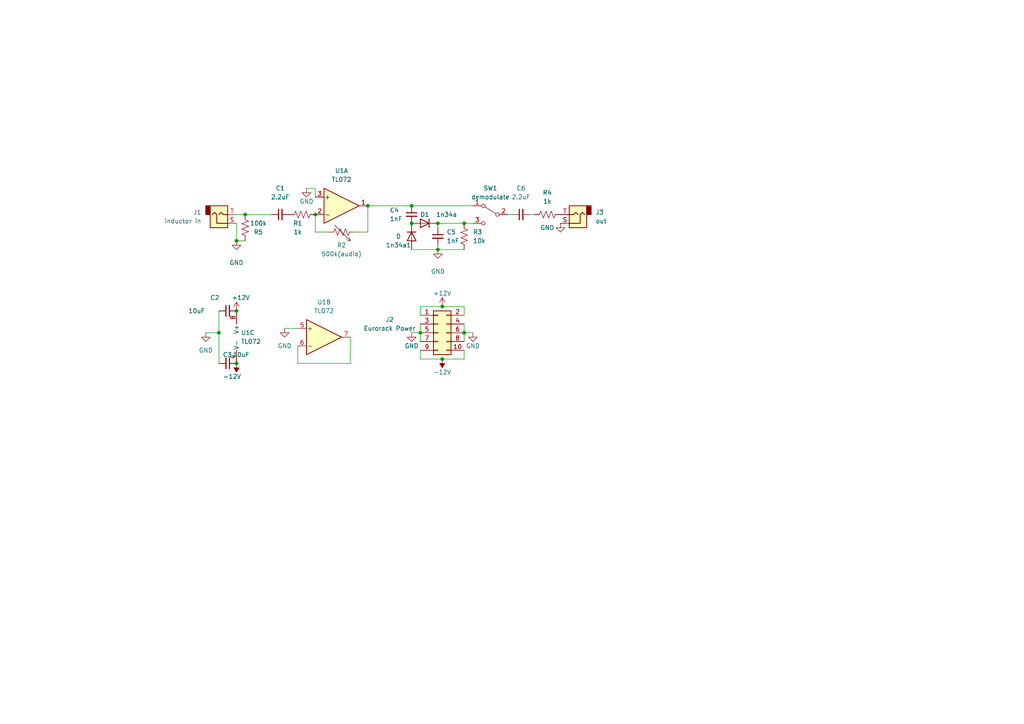
<source format=kicad_sch>
(kicad_sch (version 20211123) (generator eeschema)
  (paper "A4")
  (lib_symbols
    (symbol "Amplifier_Operational:TL072" (pin_names (offset 0.127))
      (property "Reference" "U" (at 0 5.08 0))
      (property "Value" "TL072" (at 0 -5.08 0))
      (symbol "TL072_1_1"
        (polyline (pts (xy -5.08 5.08) (xy 5.08 0) (xy -5.08 -5.08) (xy -5.08 5.08)) (stroke (width 0.254)) (fill (type background)))
        (pin output line (at 7.62 0 180) (length 2.54) (name "~") (number "1"))
        (pin input line (at -7.62 -2.54 0) (length 2.54) (name "-") (number "2"))
        (pin input line (at -7.62 2.54 0) (length 2.54) (name "+") (number "3"))
      )
      (symbol "TL072_2_1"
        (polyline (pts (xy -5.08 5.08) (xy 5.08 0) (xy -5.08 -5.08) (xy -5.08 5.08)) (stroke (width 0.254)) (fill (type background)))
        (pin input line (at -7.62 2.54 0) (length 2.54) (name "+") (number "5"))
        (pin input line (at -7.62 -2.54 0) (length 2.54) (name "-") (number "6"))
        (pin output line (at 7.62 0 180) (length 2.54) (name "~") (number "7"))
      )
      (symbol "TL072_3_1"
        (pin power_in line (at -2.54 -7.62 90) (length 3.81) (name "V-") (number "4"))
        (pin power_in line (at -2.54 7.62 270) (length 3.81) (name "V+") (number "8"))
      )
    )
    (symbol "Connector:AudioJack2"
      (property "Reference" "J" (at 0 8.89 0))
      (property "Value" "AudioJack2" (at 0 6.35 0))
      (symbol "AudioJack2_0_1"
        (rectangle (start -3.81 0) (end -2.54 -2.54) (stroke (width 0.254)) (fill (type outline)))
        (rectangle (start -2.54 3.81) (end 2.54 -2.54) (stroke (width 0.254)) (fill (type background)))
        (polyline (pts (xy 0 0) (xy 0.635 -0.635) (xy 1.27 0) (xy 2.54 0)) (stroke (width 0.254)))
        (polyline (pts (xy 2.54 2.54) (xy -0.635 2.54) (xy -0.635 0) (xy -1.27 -0.635) (xy -1.905 0)) (stroke (width 0.254)))
      )
      (symbol "AudioJack2_1_1"
        (pin passive line (at 5.08 2.54 180) (length 2.54) (name "~") (number "S"))
        (pin passive line (at 5.08 0 180) (length 2.54) (name "~") (number "T"))
      )
    )
    (symbol "Connector_Generic:Conn_02x05_Odd_Even" (pin_names (offset 1.016) hide)
      (property "Reference" "J" (at 1.27 7.62 0))
      (property "Value" "Conn_02x05_Odd_Even" (at 1.27 -7.62 0))
      (symbol "Conn_02x05_Odd_Even_1_1"
        (rectangle (start -1.27 -4.953) (end 0 -5.207) (stroke (width 0.1524)))
        (rectangle (start -1.27 -2.413) (end 0 -2.667) (stroke (width 0.1524)))
        (rectangle (start -1.27 0.127) (end 0 -0.127) (stroke (width 0.1524)))
        (rectangle (start -1.27 2.667) (end 0 2.413) (stroke (width 0.1524)))
        (rectangle (start -1.27 5.207) (end 0 4.953) (stroke (width 0.1524)))
        (rectangle (start -1.27 6.35) (end 3.81 -6.35) (stroke (width 0.254)) (fill (type background)))
        (rectangle (start 3.81 -4.953) (end 2.54 -5.207) (stroke (width 0.1524)))
        (rectangle (start 3.81 -2.413) (end 2.54 -2.667) (stroke (width 0.1524)))
        (rectangle (start 3.81 0.127) (end 2.54 -0.127) (stroke (width 0.1524)))
        (rectangle (start 3.81 2.667) (end 2.54 2.413) (stroke (width 0.1524)))
        (rectangle (start 3.81 5.207) (end 2.54 4.953) (stroke (width 0.1524)))
        (pin passive line (at -5.08 5.08 0) (length 3.81) (name "Pin_1") (number "1"))
        (pin passive line (at 7.62 -5.08 180) (length 3.81) (name "Pin_10") (number "10"))
        (pin passive line (at 7.62 5.08 180) (length 3.81) (name "Pin_2") (number "2"))
        (pin passive line (at -5.08 2.54 0) (length 3.81) (name "Pin_3") (number "3"))
        (pin passive line (at 7.62 2.54 180) (length 3.81) (name "Pin_4") (number "4"))
        (pin passive line (at -5.08 0 0) (length 3.81) (name "Pin_5") (number "5"))
        (pin passive line (at 7.62 0 180) (length 3.81) (name "Pin_6") (number "6"))
        (pin passive line (at -5.08 -2.54 0) (length 3.81) (name "Pin_7") (number "7"))
        (pin passive line (at 7.62 -2.54 180) (length 3.81) (name "Pin_8") (number "8"))
        (pin passive line (at -5.08 -5.08 0) (length 3.81) (name "Pin_9") (number "9"))
      )
    )
    (symbol "Device:C_Small" (pin_numbers hide) (pin_names (offset 0.254) hide)
      (property "Reference" "C" (at 0.254 1.778 0))
      (property "Value" "C_Small" (at 0.254 -2.032 0))
      (symbol "C_Small_0_1"
        (polyline (pts (xy -1.524 -0.508) (xy 1.524 -0.508)) (stroke (width 0.3302)))
        (polyline (pts (xy -1.524 0.508) (xy 1.524 0.508)) (stroke (width 0.3048)))
      )
      (symbol "C_Small_1_1"
        (pin passive line (at 0 2.54 270) (length 2.032) (name "~") (number "1"))
        (pin passive line (at 0 -2.54 90) (length 2.032) (name "~") (number "2"))
      )
    )
    (symbol "Device:D" (pin_numbers hide) (pin_names (offset 1.016) hide)
      (property "Reference" "D" (at 0 2.54 0))
      (property "Value" "D" (at 0 -2.54 0))
      (symbol "D_0_1"
        (polyline (pts (xy -1.27 1.27) (xy -1.27 -1.27)) (stroke (width 0.254)))
        (polyline (pts (xy 1.27 0) (xy -1.27 0)))
        (polyline (pts (xy 1.27 1.27) (xy 1.27 -1.27) (xy -1.27 0) (xy 1.27 1.27)) (stroke (width 0.254)))
      )
      (symbol "D_1_1"
        (pin passive line (at -3.81 0 0) (length 2.54) (name "K") (number "1"))
        (pin passive line (at 3.81 0 180) (length 2.54) (name "A") (number "2"))
      )
    )
    (symbol "Device:R_US" (pin_numbers hide) (pin_names (offset 0))
      (property "Reference" "R" (at 2.54 0 90))
      (property "Value" "R_US" (at -2.54 0 90))
      (symbol "R_US_0_1"
        (polyline (pts (xy 0 -2.286) (xy 0 -2.54)))
        (polyline (pts (xy 0 2.286) (xy 0 2.54)))
        (polyline (pts (xy 0 -0.762) (xy 1.016 -1.143) (xy 0 -1.524) (xy -1.016 -1.905) (xy 0 -2.286)))
        (polyline (pts (xy 0 0.762) (xy 1.016 0.381) (xy 0 0) (xy -1.016 -0.381) (xy 0 -0.762)))
        (polyline (pts (xy 0 2.286) (xy 1.016 1.905) (xy 0 1.524) (xy -1.016 1.143) (xy 0 0.762)))
      )
      (symbol "R_US_1_1"
        (pin passive line (at 0 3.81 270) (length 1.27) (name "~") (number "1"))
        (pin passive line (at 0 -3.81 90) (length 1.27) (name "~") (number "2"))
      )
    )
    (symbol "Device:R_Variable_US" (pin_numbers hide) (pin_names (offset 0))
      (property "Reference" "R" (at 2.54 -2.54 90))
      (property "Value" "R_Variable_US" (at -2.54 -1.27 90))
      (symbol "R_Variable_US_0_1"
        (polyline (pts (xy 0 -2.286) (xy 0 -2.54)))
        (polyline (pts (xy 0 2.286) (xy 0 2.54)))
        (polyline (pts (xy 0 -0.762) (xy 1.016 -1.143) (xy 0 -1.524) (xy -1.016 -1.905) (xy 0 -2.286)))
        (polyline (pts (xy 0 0.762) (xy 1.016 0.381) (xy 0 0) (xy -1.016 -0.381) (xy 0 -0.762)))
        (polyline (pts (xy 0 2.286) (xy 1.016 1.905) (xy 0 1.524) (xy -1.016 1.143) (xy 0 0.762)) (stroke (width 0.1524)))
        (polyline (pts (xy 2.286 1.524) (xy 2.54 2.54) (xy 1.524 2.286) (xy 2.54 2.54) (xy -2.032 -2.032)) (stroke (width 0.1524)))
      )
      (symbol "R_Variable_US_1_1"
        (pin passive line (at 0 3.81 270) (length 1.27) (name "~") (number "1"))
        (pin passive line (at 0 -3.81 90) (length 1.27) (name "~") (number "2"))
      )
    )
    (symbol "Switch:SW_SPDT" (pin_names (offset 0) hide)
      (property "Reference" "SW" (at 0 4.318 0))
      (property "Value" "SW_SPDT" (at 0 -5.08 0))
      (symbol "SW_SPDT_0_0"
        (circle (center -2.032 0) (radius 0.508))
        (circle (center 2.032 -2.54) (radius 0.508))
      )
      (symbol "SW_SPDT_0_1"
        (polyline (pts (xy -1.524 0.254) (xy 1.651 2.286)))
        (circle (center 2.032 2.54) (radius 0.508))
      )
      (symbol "SW_SPDT_1_1"
        (pin passive line (at 5.08 2.54 180) (length 2.54) (name "A") (number "1"))
        (pin passive line (at -5.08 0 0) (length 2.54) (name "B") (number "2"))
        (pin passive line (at 5.08 -2.54 180) (length 2.54) (name "C") (number "3"))
      )
    )
    (symbol "power:+12V" (power) (pin_names (offset 0))
      (property "Value" "+12V" (at 0 3.556 0))
      (symbol "+12V_0_1"
        (polyline (pts (xy -0.762 1.27) (xy 0 2.54)))
        (polyline (pts (xy 0 0) (xy 0 2.54)))
        (polyline (pts (xy 0 2.54) (xy 0.762 1.27)))
      )
      (symbol "+12V_1_1"
        (pin power_in line (at 0 0 90) (length 0) hide (name "+12V") (number "1"))
      )
    )
    (symbol "power:-12V" (power) (pin_names (offset 0))
      (property "Value" "-12V" (at 0 3.81 0))
      (symbol "-12V_0_0"
        (pin power_in line (at 0 0 90) (length 0) hide (name "-12V") (number "1"))
      )
      (symbol "-12V_0_1"
        (polyline (pts (xy 0 0) (xy 0 1.27) (xy 0.762 1.27) (xy 0 2.54) (xy -0.762 1.27) (xy 0 1.27)) (fill (type outline)))
      )
    )
    (symbol "power:GND" (power) (pin_names (offset 0))
      (property "Value" "GND" (at 0 -3.81 0))
      (symbol "GND_0_1"
        (polyline (pts (xy 0 0) (xy 0 -1.27) (xy 1.27 -1.27) (xy 0 -2.54) (xy -1.27 -1.27) (xy 0 -1.27)))
      )
      (symbol "GND_1_1"
        (pin power_in line (at 0 0 270) (length 0) hide (name "GND") (number "1"))
      )
    )
  )
  (junction (at 68.58 69.85))
  (junction (at 128.27 104.14))
  (junction (at 128.27 88.9))
  (junction (at 134.62 96.52))
  (junction (at 121.92 96.52))
  (junction (at 63.5 96.52))
  (junction (at 106.68 59.69))
  (junction (at 68.58 105.41))
  (junction (at 119.38 64.77))
  (junction (at 91.44 62.23))
  (junction (at 127 72.39))
  (junction (at 127 64.77))
  (junction (at 134.62 64.77))
  (junction (at 71.12 62.23))
  (junction (at 68.58 90.17))
  (junction (at 119.38 59.69))
  (wire (pts (xy 88.9 54.61) (xy 91.44 54.61)))
  (wire (pts (xy 148.59 62.23) (xy 147.32 62.23)))
  (wire (pts (xy 121.92 88.9) (xy 128.27 88.9)))
  (wire (pts (xy 154.94 62.23) (xy 153.67 62.23)))
  (wire (pts (xy 128.27 88.9) (xy 134.62 88.9)))
  (wire (pts (xy 121.92 104.14) (xy 128.27 104.14)))
  (wire (pts (xy 91.44 67.31) (xy 95.25 67.31)))
  (wire (pts (xy 68.58 69.85) (xy 68.58 64.77)))
  (wire (pts (xy 68.58 62.23) (xy 71.12 62.23)))
  (wire (pts (xy 91.44 62.23) (xy 91.44 67.31)))
  (wire (pts (xy 119.38 96.52) (xy 121.92 96.52)))
  (wire (pts (xy 121.92 101.6) (xy 121.92 104.14)))
  (wire (pts (xy 127 66.04) (xy 127 64.77)))
  (wire (pts (xy 82.55 95.25) (xy 86.36 95.25)))
  (wire (pts (xy 63.5 90.17) (xy 63.5 96.52)))
  (wire (pts (xy 86.36 100.33) (xy 86.36 105.41)))
  (wire (pts (xy 128.27 104.14) (xy 134.62 104.14)))
  (wire (pts (xy 86.36 105.41) (xy 101.6 105.41)))
  (wire (pts (xy 63.5 96.52) (xy 59.69 96.52)))
  (wire (pts (xy 121.92 93.98) (xy 121.92 96.52)))
  (wire (pts (xy 102.87 67.31) (xy 106.68 67.31)))
  (wire (pts (xy 106.68 67.31) (xy 106.68 59.69)))
  (wire (pts (xy 106.68 59.69) (xy 119.38 59.69)))
  (wire (pts (xy 121.92 91.44) (xy 121.92 88.9)))
  (wire (pts (xy 137.16 96.52) (xy 134.62 96.52)))
  (wire (pts (xy 63.5 96.52) (xy 63.5 105.41)))
  (wire (pts (xy 134.62 96.52) (xy 134.62 99.06)))
  (wire (pts (xy 68.58 69.85) (xy 71.12 69.85)))
  (wire (pts (xy 91.44 54.61) (xy 91.44 57.15)))
  (wire (pts (xy 127 72.39) (xy 134.62 72.39)))
  (wire (pts (xy 121.92 96.52) (xy 121.92 99.06)))
  (wire (pts (xy 127 64.77) (xy 134.62 64.77)))
  (wire (pts (xy 119.38 59.69) (xy 137.16 59.69)))
  (wire (pts (xy 127 72.39) (xy 119.38 72.39)))
  (wire (pts (xy 134.62 88.9) (xy 134.62 91.44)))
  (wire (pts (xy 101.6 105.41) (xy 101.6 97.79)))
  (wire (pts (xy 127 71.12) (xy 127 72.39)))
  (wire (pts (xy 134.62 93.98) (xy 134.62 96.52)))
  (wire (pts (xy 137.16 64.77) (xy 134.62 64.77)))
  (wire (pts (xy 134.62 104.14) (xy 134.62 101.6)))
  (wire (pts (xy 71.12 62.23) (xy 78.74 62.23)))
  (symbol (lib_id "Device:D") (at 119.38 68.58 270) (unit 1)
    (property "Reference" "1n34a1" (at 115.57 71.12 90))
    (property "Value" "D" (at 115.57 68.58 90))
    (property "Footprint" "Diode_THT:D_A-405_P7.62mm_Horizontal" (effects hide))
  )
  (symbol (lib_id "power:GND") (at 59.69 96.52 0) (unit 1)
    (property "Reference" "#PWR0112" (effects hide))
    (property "Value" "GND" (at 59.69 101.6 0))
  )
  (symbol (lib_id "Device:R_US") (at 87.63 62.23 90) (unit 1)
    (property "Reference" "R1" (at 86.36 64.77 90))
    (property "Value" "1k" (at 86.36 67.31 90))
    (property "Footprint" "Resistor_THT:R_Axial_DIN0204_L3.6mm_D1.6mm_P1.90mm_Vertical" (effects hide))
  )
  (symbol (lib_id "power:GND") (at 82.55 95.25 0) (unit 1)
    (property "Reference" "#PWR0105" (effects hide))
    (property "Value" "GND" (at 82.55 100.33 0))
  )
  (symbol (lib_id "Device:C_Small") (at 81.28 62.23 90) (unit 1)
    (property "Reference" "C1" (at 81.28 54.61 90))
    (property "Value" "2.2uF" (at 81.28 57.15 90))
    (property "Footprint" "Capacitor_THT:C_Disc_D5.0mm_W2.5mm_P5.00mm" (effects hide))
  )
  (symbol (lib_id "power:GND") (at 137.16 96.52 0) (unit 1)
    (property "Reference" "#PWR0111" (effects hide))
    (property "Value" "GND" (at 137.16 100.33 0))
  )
  (symbol (lib_id "Device:R_US") (at 71.12 66.04 0) (unit 1)
    (property "Reference" "R5" (at 74.93 67.31 0))
    (property "Value" "100k" (at 74.93 64.77 0))
    (property "Footprint" "Resistor_THT:R_Axial_DIN0204_L3.6mm_D1.6mm_P1.90mm_Vertical" (effects hide))
  )
  (symbol (lib_id "power:-12V") (at 68.58 105.41 180) (unit 1)
    (property "Reference" "#PWR0103" (effects hide))
    (property "Value" "-12V" (at 67.31 109.22 0))
  )
  (symbol (lib_id "Amplifier_Operational:TL072") (at 93.98 97.79 0) (unit 2)
    (property "Reference" "U1" (at 93.98 87.63 0))
    (property "Value" "TL072" (at 93.98 90.17 0))
    (property "Footprint" "Package_DIP:DIP-8_W7.62mm" (effects hide))
    (property "Datasheet" "http://www.ti.com/lit/ds/symlink/tl071.pdf" (effects hide))
  )
  (symbol (lib_id "Switch:SW_SPDT") (at 142.24 62.23 0) (mirror y) (unit 1)
    (property "Reference" "SW1" (at 142.24 54.61 0))
    (property "Value" "demodulate" (at 142.24 57.15 0))
    (property "Footprint" "Button_Switch_THT:SW_Slide_1P2T_CK_OS102011MS2Q" (effects hide))
  )
  (symbol (lib_id "Connector_Generic:Conn_02x05_Odd_Even") (at 127 96.52 0) (unit 1)
    (property "Reference" "J2" (at 113.03 92.71 0))
    (property "Value" "Eurorack Power" (at 113.03 95.25 0))
    (property "Footprint" "Connector_PinHeader_2.54mm:PinHeader_2x05_P2.54mm_Vertical" (effects hide))
  )
  (symbol (lib_id "Device:D") (at 123.19 64.77 180) (unit 1)
    (property "Reference" "D1" (at 123.19 62.23 0))
    (property "Value" "1n34a" (at 129.54 62.23 0))
    (property "Footprint" "Diode_THT:D_A-405_P7.62mm_Horizontal" (effects hide))
  )
  (symbol (lib_id "power:GND") (at 68.58 69.85 0) (unit 1)
    (property "Reference" "#PWR0102" (effects hide))
    (property "Value" "GND" (at 68.58 76.2 0))
  )
  (symbol (lib_id "power:GND") (at 127 72.39 0) (unit 1)
    (property "Reference" "#PWR0107" (effects hide))
    (property "Value" "GND" (at 127 78.74 0))
  )
  (symbol (lib_id "Amplifier_Operational:TL072") (at 99.06 59.69 0) (unit 1)
    (property "Reference" "U1" (at 99.06 49.53 0))
    (property "Value" "TL072" (at 99.06 52.07 0))
    (property "Footprint" "Package_DIP:DIP-8_W7.62mm" (effects hide))
    (property "Datasheet" "http://www.ti.com/lit/ds/symlink/tl071.pdf" (effects hide))
  )
  (symbol (lib_id "Device:C_Small") (at 66.04 90.17 90) (unit 1)
    (property "Reference" "C2" (at 60.96 86.36 90) (effects (justify right)))
    (property "Value" "10uF" (at 54.61 90.17 90) (effects (justify right)))
    (property "Footprint" "Capacitor_THT:C_Rect_L7.0mm_W2.0mm_P5.00mm" (effects hide))
  )
  (symbol (lib_id "Device:C_Small") (at 127 68.58 0) (unit 1)
    (property "Reference" "C5" (at 129.54 67.3162 0) (effects (justify left)))
    (property "Value" "1nF" (at 129.54 69.8562 0) (effects (justify left)))
    (property "Footprint" "Capacitor_THT:C_Disc_D5.0mm_W2.5mm_P5.00mm" (effects hide))
  )
  (symbol (lib_id "Connector:AudioJack2") (at 63.5 62.23 0) (mirror x) (unit 1)
    (property "Reference" "J1" (at 58.42 61.5949 0) (effects (justify right)))
    (property "Value" "inductor in" (at 58.42 64.1349 0) (effects (justify right)))
    (property "Footprint" "Connector_Audio:Jack_3.5mm_QingPu_WQP-PJ398SM_Vertical_CircularHoles" (effects hide))
  )
  (symbol (lib_id "Device:R_Variable_US") (at 99.06 67.31 270) (unit 1)
    (property "Reference" "R2" (at 99.06 71.12 90))
    (property "Value" "500k(audio)" (at 99.06 73.66 90))
    (property "Footprint" "Potentiometer_THT:Potentiometer_Alps_RK09K_Single_Vertical" (effects hide))
  )
  (symbol (lib_id "Device:R_US") (at 134.62 68.58 0) (unit 1)
    (property "Reference" "R3" (at 137.16 67.31 0) (effects (justify left)))
    (property "Value" "10k" (at 137.16 69.85 0) (effects (justify left)))
    (property "Footprint" "Resistor_THT:R_Axial_DIN0204_L3.6mm_D1.6mm_P1.90mm_Vertical" (effects hide))
  )
  (symbol (lib_id "power:GND") (at 162.56 64.77 0) (unit 1)
    (property "Reference" "#PWR0106" (effects hide))
    (property "Value" "GND" (at 158.75 66.04 0))
  )
  (symbol (lib_id "power:GND") (at 119.38 96.52 0) (unit 1)
    (property "Reference" "#PWR0109" (effects hide))
    (property "Value" "GND" (at 119.38 100.33 0))
  )
  (symbol (lib_id "Device:C_Small") (at 119.38 62.23 0) (unit 1)
    (property "Reference" "C4" (at 113.03 60.96 0) (effects (justify left)))
    (property "Value" "1nF" (at 113.03 63.5 0) (effects (justify left)))
    (property "Footprint" "Capacitor_THT:C_Disc_D5.0mm_W2.5mm_P5.00mm" (effects hide))
  )
  (symbol (lib_id "Device:R_US") (at 158.75 62.23 90) (unit 1)
    (property "Reference" "R4" (at 158.75 55.88 90))
    (property "Value" "1k" (at 158.75 58.42 90))
    (property "Footprint" "Resistor_THT:R_Axial_DIN0204_L3.6mm_D1.6mm_P1.90mm_Vertical" (effects hide))
  )
  (symbol (lib_id "power:-12V") (at 128.27 104.14 180) (unit 1)
    (property "Reference" "#PWR0110" (effects hide))
    (property "Value" "-12V" (at 128.27 107.95 0))
  )
  (symbol (lib_id "power:+12V") (at 68.58 90.17 0) (unit 1)
    (property "Reference" "#PWR0104" (effects hide))
    (property "Value" "+12V" (at 69.85 86.36 0))
  )
  (symbol (lib_id "Connector:AudioJack2") (at 167.64 62.23 180) (unit 1)
    (property "Reference" "J3" (at 172.72 61.5949 0) (effects (justify right)))
    (property "Value" "out" (at 172.72 64.1349 0) (effects (justify right)))
    (property "Footprint" "Connector_Audio:Jack_3.5mm_QingPu_WQP-PJ398SM_Vertical_CircularHoles" (effects hide))
  )
  (symbol (lib_id "power:GND") (at 88.9 54.61 0) (unit 1)
    (property "Reference" "#PWR0101" (effects hide))
    (property "Value" "GND" (at 88.9 58.42 0))
  )
  (symbol (lib_id "Amplifier_Operational:TL072") (at 71.12 97.79 0) (unit 3)
    (property "Reference" "U1" (at 69.85 96.5199 0) (effects (justify left)))
    (property "Value" "TL072" (at 69.85 99.0599 0) (effects (justify left)))
    (property "Footprint" "Package_DIP:DIP-8_W7.62mm" (effects hide))
    (property "Datasheet" "http://www.ti.com/lit/ds/symlink/tl071.pdf" (effects hide))
  )
  (symbol (lib_id "Device:C_Small") (at 151.13 62.23 90) (unit 1)
    (property "Reference" "C6" (at 151.13 54.61 90))
    (property "Value" "2.2uF" (at 151.13 57.15 90))
    (property "Footprint" "Capacitor_THT:C_Disc_D5.0mm_W2.5mm_P5.00mm" (effects hide))
  )
  (symbol (lib_id "Device:C_Small") (at 66.04 105.41 270) (unit 1)
    (property "Reference" "C3" (at 67.31 102.87 90) (effects (justify right)))
    (property "Value" "10uF" (at 72.39 102.87 90) (effects (justify right)))
    (property "Footprint" "Capacitor_THT:C_Rect_L7.0mm_W2.0mm_P5.00mm" (effects hide))
  )
  (symbol (lib_id "power:+12V") (at 128.27 88.9 0) (unit 1)
    (property "Reference" "#PWR0108" (effects hide))
    (property "Value" "+12V" (at 128.27 85.09 0))
  )
)
</source>
